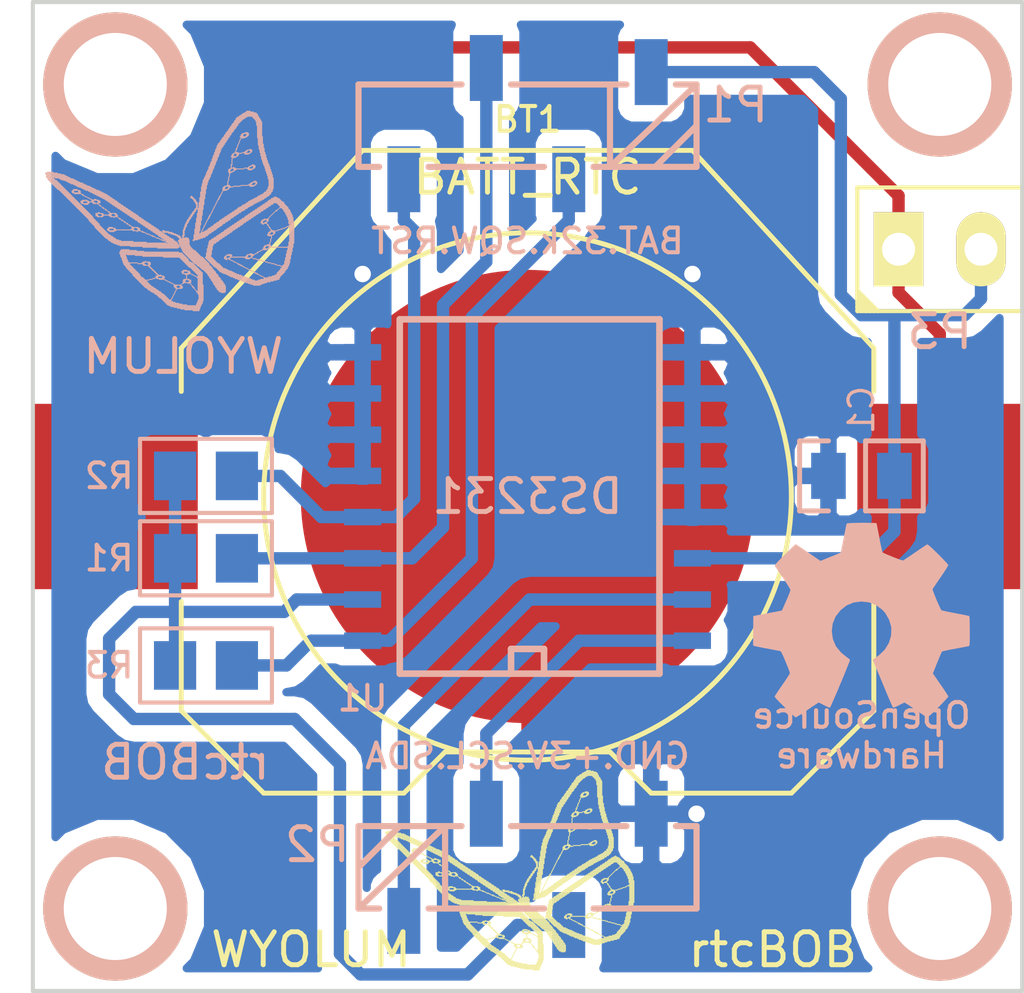
<source format=kicad_pcb>
(kicad_pcb (version 3) (host pcbnew "(2013-mar-13)-testing")
  (layers (15 Front signal) (0 Back signal) (18 B.Paste user) (19 F.Paste user) (20 B.SilkS user) (21 F.SilkS user) (22 B.Mask user) (23 F.Mask user) (28 Edge.Cuts user))
  (net 0 "")
  (net 1 /32k)
  (net 2 /BAT)
  (net 3 /RST)
  (net 4 /SCL)
  (net 5 /SDA)
  (net 6 /SQW)
  (net 7 /VCC)
  (net 8 GND)
  (net 9 N-000005)
  (module DS3231 (layer Back) (at 40.64 40.64 90)
    (fp_text reference U1 (at -6.223 -5.08 180) (layer B.SilkS) (effects (font (size 0.762 0.762) (thickness 0.127)) (justify mirror)))
    (fp_text value DS3231 (at 0 0 180) (layer B.SilkS) (effects (font (size 1.016 1.016) (thickness 0.1524)) (justify mirror)))
    (pad 1 smd rect (at -4.445 -5.08 90) (size 0.508 1.143) (layers Back B.Paste B.Mask) (net 1 /32k))
    (pad 2 smd rect (at -3.175 -5.08 90) (size 0.508 1.143) (layers Back B.Paste B.Mask) (net 7 /VCC))
    (pad 3 smd rect (at -1.905 -5.08 90) (size 0.508 1.143) (layers Back B.Paste B.Mask) (net 6 /SQW))
    (pad 4 smd rect (at -0.635 -5.08 90) (size 0.508 1.143) (layers Back B.Paste B.Mask) (net 3 /RST))
    (pad 5 smd rect (at 0.635 -5.08 90) (size 0.508 1.143) (layers Back B.Paste B.Mask) (net 8 GND))
    (pad 6 smd rect (at 1.905 -5.08 90) (size 0.508 1.143) (layers Back B.Paste B.Mask) (net 8 GND))
    (pad 7 smd rect (at 3.175 -5.08 90) (size 0.508 1.143) (layers Back B.Paste B.Mask) (net 8 GND))
    (pad 8 smd rect (at 4.445 -5.08 90) (size 0.508 1.143) (layers Back B.Paste B.Mask) (net 8 GND))
    (pad 9 smd rect (at 4.445 5.08 90) (size 0.508 1.143) (layers Back B.Paste B.Mask) (net 8 GND))
    (pad 10 smd rect (at 3.175 5.08 90) (size 0.508 1.143) (layers Back B.Paste B.Mask) (net 8 GND))
    (pad 11 smd rect (at 1.905 5.08 90) (size 0.508 1.143) (layers Back B.Paste B.Mask) (net 8 GND))
    (pad 12 smd rect (at 0.635 5.08 90) (size 0.508 1.143) (layers Back B.Paste B.Mask) (net 8 GND))
    (pad 13 smd rect (at -0.635 5.08 90) (size 0.508 1.143) (layers Back B.Paste B.Mask) (net 8 GND))
    (pad 14 smd rect (at -1.905 5.08 90) (size 0.508 1.143) (layers Back B.Paste B.Mask) (net 2 /BAT))
    (pad 15 smd rect (at -3.175 5.08 90) (size 0.508 1.143) (layers Back B.Paste B.Mask) (net 5 /SDA))
    (pad 16 smd rect (at -4.445 5.08 90) (size 0.508 1.143) (layers Back B.Paste B.Mask) (net 4 /SCL))
  )
  (module vite_2mm5 (layer Front) (at 53.34 27.94)
    (fp_text reference H4 hide)
    (fp_text value CONN_1 hide)
    (pad 1 thru_hole circle (at 0 0) (size 4.445 4.445) (drill 3.175) (layers *.Cu *.SilkS *.Mask))
  )
  (module vite_2mm5 (layer Front) (at 27.94 27.94)
    (fp_text reference H3 hide)
    (fp_text value CONN_1 hide)
    (pad 1 thru_hole circle (at 0 0) (size 4.445 4.445) (drill 3.175) (layers *.Cu *.SilkS *.Mask))
  )
  (module vite_2mm5 (layer Front) (at 27.94 53.34)
    (fp_text reference H2 hide)
    (fp_text value CONN_1 hide)
    (pad 1 thru_hole circle (at 0 0) (size 4.445 4.445) (drill 3.175) (layers *.Cu *.SilkS *.Mask))
  )
  (module vite_2mm5 (layer Front) (at 53.34 53.34)
    (fp_text reference H1 hide)
    (fp_text value CONN_1 hide)
    (pad 1 thru_hole circle (at 0 0) (size 4.445 4.445) (drill 3.175) (layers *.Cu *.SilkS *.Mask))
  )
  (module Sck-04-F-SMT (layer Back) (at 40.64 29.21)
    (fp_text reference P1 (at 6.4135 -0.635) (layer B.SilkS) (effects (font (size 1.016 1.016) (thickness 0.1524)) (justify mirror)))
    (fp_text value CDOT1 hide)
    (pad 1 smd rect (at 3.81 -1.651) (size 1.016 2.032) (layers Back B.Paste B.Mask) (net 2 /BAT))
    (pad 2 smd rect (at 1.27 1.651) (size 1.016 2.032) (layers Back B.Paste B.Mask) (net 1 /32k))
    (pad 3 smd rect (at -1.27 -1.778) (size 1.016 2.032) (layers Back B.Paste B.Mask) (net 6 /SQW))
    (pad 4 smd rect (at -3.81 1.651) (size 1.016 2.032) (layers Back B.Paste B.Mask) (net 3 /RST))
  )
  (module Sck-04-F-SMT (layer Back) (at 40.64 52.07 180)
    (fp_text reference P2 (at 6.477 0.6985 180) (layer B.SilkS) (effects (font (size 1.016 1.016) (thickness 0.1524)) (justify mirror)))
    (fp_text value CDOT2 hide)
    (pad 1 smd rect (at 3.81 -1.651 180) (size 1.016 2.032) (layers Back B.Paste B.Mask) (net 5 /SDA))
    (pad 2 smd rect (at 1.27 1.651 180) (size 1.016 2.032) (layers Back B.Paste B.Mask) (net 4 /SCL))
    (pad 3 smd rect (at -1.27 -1.778 180) (size 1.016 2.032) (layers Back B.Paste B.Mask) (net 7 /VCC))
    (pad 4 smd rect (at -3.81 1.651 180) (size 1.016 2.032) (layers Back B.Paste B.Mask) (net 8 GND))
  )
  (module pin_strip_2 (layer Front) (at 53.34 33.02)
    (fp_text reference P3 hide)
    (fp_text value CONN_2 hide)
    (pad 1 thru_hole rect (at -1.27 0) (size 1.524 2.286) (drill 1.016) (layers *.Cu *.Mask F.SilkS) (net 9 N-000005))
    (pad 2 thru_hole oval (at 1.27 0) (size 1.524 2.286) (drill 1.016) (layers *.Cu *.Mask F.SilkS) (net 2 /BAT))
  )
  (module r_0805 (layer Back) (at 30.734 42.545 180)
    (fp_text reference R1 (at 2.9845 0 180) (layer B.SilkS) (effects (font (size 0.762 0.762) (thickness 0.127)) (justify mirror)))
    (fp_text value 10k hide)
    (pad 1 smd rect (at 0.9525 0 180) (size 1.30048 1.4986) (layers Back B.Paste B.Mask) (net 7 /VCC))
    (pad 2 smd rect (at -0.9525 0 180) (size 1.30048 1.4986) (layers Back B.Paste B.Mask) (net 6 /SQW))
  )
  (module r_0805 (layer Back) (at 30.734 40.005 180)
    (fp_text reference R2 (at 2.9845 0 180) (layer B.SilkS) (effects (font (size 0.762 0.762) (thickness 0.127)) (justify mirror)))
    (fp_text value 10k hide)
    (pad 1 smd rect (at 0.9525 0 180) (size 1.30048 1.4986) (layers Back B.Paste B.Mask) (net 7 /VCC))
    (pad 2 smd rect (at -0.9525 0 180) (size 1.30048 1.4986) (layers Back B.Paste B.Mask) (net 3 /RST))
  )
  (module r_0805 (layer Back) (at 30.734 45.847 180)
    (fp_text reference R3 (at 2.9845 0 180) (layer B.SilkS) (effects (font (size 0.762 0.762) (thickness 0.127)) (justify mirror)))
    (fp_text value 10k hide)
    (pad 1 smd rect (at 0.9525 0 180) (size 1.30048 1.4986) (layers Back B.Paste B.Mask) (net 7 /VCC))
    (pad 2 smd rect (at -0.9525 0 180) (size 1.30048 1.4986) (layers Back B.Paste B.Mask) (net 1 /32k))
  )
  (module c_0805 (layer Back) (at 50.927 40.005)
    (fp_text reference C1 (at 0 -2.032 90) (layer B.SilkS) (effects (font (size 0.762 0.762) (thickness 0.1016)) (justify mirror)))
    (fp_text value 100n hide)
    (pad 1 smd rect (at 1.016 0) (size 1.0668 1.4224) (layers Back B.Paste B.Mask) (net 2 /BAT))
    (pad 2 smd rect (at -1.016 0) (size 1.0668 1.4224) (layers Back B.Paste B.Mask) (net 8 GND))
  )
  (module Logo-WL3 (layer Front) (at 35.1155 48.514)
    (fp_text reference G1 hide)
    (fp_text value Logo-WL3 hide)
  )
  (module Logo-WL3 (layer Back) (at 24.638 28.194)
    (fp_text reference G1 hide)
    (fp_text value Logo-WL3 hide)
  )
  (module OSHW_6mm (layer Back) (at 50.927 44.45)
    (fp_text reference G*** hide)
    (fp_text value LOGO hide)
  )
  (module CR2032_SMD (layer Front) (at 40.64 40.64 180)
    (fp_text reference BT1 (at 0 11.6205 180) (layer F.SilkS) (effects (font (size 0.762 0.762) (thickness 0.127))))
    (fp_text value BATT_RTC (at 0 9.8425 180) (layer F.SilkS) (effects (font (size 1.016 1.016) (thickness 0.1524))))
    (pad + smd rect (at -12.7 0 180) (size 5.08 5.715) (layers Front F.Paste F.Mask) (net 9 N-000005))
    (pad + smd rect (at 12.7 0 180) (size 5.08 5.715) (layers Front F.Paste F.Mask) (net 9 N-000005))
    (pad - smd circle (at 0 0 180) (size 13.97 13.97) (layers Front F.Paste F.Mask) (net 8 GND) (clearance 1.016) (thermal_gap 1.016))
  )
  (gr_text "OpenSource\nHardware" (at 50.927 48.006) (layer B.SilkS) (effects (font (size 0.762 0.762) (thickness 0.127)) (justify mirror)))
  (gr_text GND.+3V.SCL.SDA (at 40.64 48.641) (layer B.SilkS) (effects (font (size 0.762 0.762) (thickness 0.127)) (justify mirror)))
  (gr_text P3 (at 53.34 35.56) (layer B.SilkS) (effects (font (size 1.016 1.016) (thickness 0.1524)) (justify mirror)))
  (gr_text WYOLUM (at 33.9725 54.61) (layer F.SilkS) (effects (font (size 1.016 1.016) (thickness 0.1524))))
  (gr_line (start 25.4 55.88) (end 25.4 25.4) (angle 90) (layer Edge.Cuts) (width 0.127))
  (gr_line (start 55.88 55.88) (end 25.4 55.88) (angle 90) (layer Edge.Cuts) (width 0.127))
  (gr_line (start 55.88 25.4) (end 55.88 55.88) (angle 90) (layer Edge.Cuts) (width 0.127))
  (gr_line (start 25.4 25.4) (end 55.88 25.4) (angle 90) (layer Edge.Cuts) (width 0.127))
  (gr_text rtcBOB (at 48.1965 54.61) (layer F.SilkS) (effects (font (size 1.016 1.016) (thickness 0.1524))))
  (gr_text WYOLUM (at 30.0355 36.322) (layer B.SilkS) (effects (font (size 1.016 1.016) (thickness 0.1524)) (justify mirror)))
  (gr_text rtcBOB (at 30.099 48.8315) (layer B.SilkS) (effects (font (size 1.016 1.016) (thickness 0.1524)) (justify mirror)))
  (gr_text BAT.32k.SQW.RST (at 40.64 32.766) (layer B.SilkS) (effects (font (size 0.762 0.762) (thickness 0.127)) (justify mirror)))
  (segment (start 31.6865 45.847) (end 33.2105 45.847) (width 0.381) (layer Back) (net 1))
  (segment (start 33.9725 45.085) (end 35.56 45.085) (width 0.381) (layer Back) (net 1))
  (segment (start 33.2105 45.847) (end 33.9725 45.085) (width 0.381) (layer Back) (net 1))
  (segment (start 41.91 30.861) (end 41.91 32.131) (width 0.381) (layer Back) (net 1))
  (segment (start 36.3855 45.085) (end 35.56 45.085) (width 0.381) (layer Back) (net 1))
  (segment (start 38.9255 42.545) (end 36.3855 45.085) (width 0.381) (layer Back) (net 1))
  (segment (start 38.9255 35.1155) (end 38.9255 42.545) (width 0.381) (layer Back) (net 1))
  (segment (start 41.91 32.131) (end 38.9255 35.1155) (width 0.381) (layer Back) (net 1))
  (segment (start 51.943 40.005) (end 51.943 35.052) (width 0.381) (layer Back) (net 2))
  (segment (start 50.927 35.052) (end 51.943 35.052) (width 0.381) (layer Back) (net 2))
  (segment (start 50.292 34.417) (end 50.927 35.052) (width 0.381) (layer Back) (net 2))
  (segment (start 50.292 28.3845) (end 50.292 34.417) (width 0.381) (layer Back) (net 2))
  (segment (start 49.4665 27.559) (end 50.292 28.3845) (width 0.381) (layer Back) (net 2))
  (segment (start 44.45 27.559) (end 49.4665 27.559) (width 0.381) (layer Back) (net 2))
  (segment (start 51.943 35.052) (end 54.102 35.052) (width 0.381) (layer Back) (net 2))
  (segment (start 54.102 35.052) (end 54.61 34.544) (width 0.381) (layer Back) (net 2))
  (segment (start 54.61 34.544) (end 54.61 33.02) (width 0.381) (layer Back) (net 2))
  (segment (start 45.72 42.545) (end 51.1175 42.545) (width 0.381) (layer Back) (net 2))
  (segment (start 51.943 41.7195) (end 51.943 40.005) (width 0.381) (layer Back) (net 2))
  (segment (start 51.1175 42.545) (end 51.943 41.7195) (width 0.381) (layer Back) (net 2))
  (segment (start 35.56 41.275) (end 36.576 41.275) (width 0.381) (layer Back) (net 3))
  (segment (start 36.83 32.131) (end 36.83 30.861) (width 0.381) (layer Back) (net 3))
  (segment (start 37.1475 32.4485) (end 36.83 32.131) (width 0.381) (layer Back) (net 3))
  (segment (start 37.1475 40.7035) (end 37.1475 32.4485) (width 0.381) (layer Back) (net 3))
  (segment (start 36.576 41.275) (end 37.1475 40.7035) (width 0.381) (layer Back) (net 3))
  (segment (start 35.56 41.275) (end 34.29 41.275) (width 0.381) (layer Back) (net 3))
  (segment (start 33.02 40.005) (end 31.6865 40.005) (width 0.381) (layer Back) (net 3))
  (segment (start 34.29 41.275) (end 33.02 40.005) (width 0.381) (layer Back) (net 3))
  (segment (start 39.37 50.419) (end 39.37 47.9425) (width 0.381) (layer Back) (net 4))
  (segment (start 42.2275 45.085) (end 45.72 45.085) (width 0.381) (layer Back) (net 4))
  (segment (start 39.37 47.9425) (end 42.2275 45.085) (width 0.381) (layer Back) (net 4))
  (segment (start 36.83 53.721) (end 36.83 47.6885) (width 0.381) (layer Back) (net 5))
  (segment (start 40.7035 43.815) (end 45.72 43.815) (width 0.381) (layer Back) (net 5))
  (segment (start 36.83 47.6885) (end 40.7035 43.815) (width 0.381) (layer Back) (net 5))
  (segment (start 35.56 42.545) (end 37.084 42.545) (width 0.381) (layer Back) (net 6))
  (segment (start 39.37 33.401) (end 39.37 27.432) (width 0.381) (layer Back) (net 6))
  (segment (start 38.0365 34.7345) (end 39.37 33.401) (width 0.381) (layer Back) (net 6))
  (segment (start 38.0365 41.5925) (end 38.0365 34.7345) (width 0.381) (layer Back) (net 6))
  (segment (start 37.084 42.545) (end 38.0365 41.5925) (width 0.381) (layer Back) (net 6))
  (segment (start 35.56 42.545) (end 31.6865 42.545) (width 0.381) (layer Back) (net 6))
  (segment (start 34.8615 54.737) (end 34.8615 48.895) (width 0.381) (layer Back) (net 7))
  (segment (start 28.5115 47.498) (end 27.7495 46.736) (width 0.381) (layer Back) (net 7))
  (segment (start 33.4645 47.498) (end 28.5115 47.498) (width 0.381) (layer Back) (net 7))
  (segment (start 34.8615 48.895) (end 33.4645 47.498) (width 0.381) (layer Back) (net 7))
  (segment (start 29.7815 44.196) (end 28.575 44.196) (width 0.381) (layer Back) (net 7))
  (segment (start 28.575 44.196) (end 27.7495 45.0215) (width 0.381) (layer Back) (net 7))
  (segment (start 35.56 43.815) (end 33.528 43.815) (width 0.381) (layer Back) (net 7))
  (segment (start 33.147 44.196) (end 29.7815 44.196) (width 0.381) (layer Back) (net 7))
  (segment (start 33.528 43.815) (end 33.147 44.196) (width 0.381) (layer Back) (net 7))
  (segment (start 29.7815 42.545) (end 29.7815 44.196) (width 0.381) (layer Back) (net 7))
  (segment (start 29.7815 44.196) (end 29.7815 45.847) (width 0.381) (layer Back) (net 7))
  (segment (start 41.91 53.848) (end 40.3225 53.848) (width 0.381) (layer Back) (net 7))
  (segment (start 40.3225 53.848) (end 38.7985 55.372) (width 0.381) (layer Back) (net 7))
  (segment (start 38.7985 55.372) (end 35.4965 55.372) (width 0.381) (layer Back) (net 7))
  (segment (start 35.4965 55.372) (end 34.8615 54.737) (width 0.381) (layer Back) (net 7))
  (segment (start 27.7495 46.736) (end 27.7495 45.0215) (width 0.381) (layer Back) (net 7))
  (segment (start 29.7815 40.005) (end 29.7815 42.545) (width 0.381) (layer Back) (net 7))
  (segment (start 41.4655 50.419) (end 41.275 50.419) (width 0.381) (layer Front) (net 8))
  (segment (start 41.275 50.419) (end 40.64 49.784) (width 0.381) (layer Front) (net 8))
  (segment (start 45.847 50.419) (end 41.4655 50.419) (width 0.381) (layer Front) (net 8))
  (segment (start 40.64 49.784) (end 40.64 40.64) (width 0.381) (layer Front) (net 8))
  (segment (start 35.56 33.782) (end 35.56 35.56) (width 0.381) (layer Front) (net 8))
  (via (at 35.56 33.782) (size 1.27) (layers Front Back) (net 8))
  (segment (start 35.56 36.195) (end 35.56 33.782) (width 0.381) (layer Back) (net 8))
  (segment (start 35.56 35.56) (end 40.64 40.64) (width 0.381) (layer Front) (net 8))
  (segment (start 45.72 33.782) (end 45.72 35.56) (width 0.381) (layer Front) (net 8))
  (segment (start 45.72 35.56) (end 40.64 40.64) (width 0.381) (layer Front) (net 8))
  (segment (start 45.72 36.195) (end 45.72 33.782) (width 0.381) (layer Back) (net 8))
  (via (at 45.72 33.782) (size 1.27) (layers Front Back) (net 8))
  (segment (start 44.45 50.419) (end 45.847 50.419) (width 0.381) (layer Back) (net 8))
  (via (at 45.847 50.419) (size 1.27) (layers Front Back) (net 8))
  (segment (start 45.72 40.005) (end 49.911 40.005) (width 0.381) (layer Back) (net 8))
  (segment (start 40.64 38.862) (end 40.64 40.64) (width 0.381) (layer Front) (net 8))
  (segment (start 45.72 40.005) (end 45.72 41.275) (width 0.381) (layer Back) (net 8))
  (segment (start 45.72 38.735) (end 45.72 40.005) (width 0.381) (layer Back) (net 8))
  (segment (start 45.72 37.465) (end 45.72 38.735) (width 0.381) (layer Back) (net 8))
  (segment (start 45.72 36.195) (end 45.72 37.465) (width 0.381) (layer Back) (net 8))
  (segment (start 35.56 37.465) (end 35.56 36.195) (width 0.381) (layer Back) (net 8))
  (segment (start 35.56 38.735) (end 35.56 37.465) (width 0.381) (layer Back) (net 8))
  (segment (start 35.56 40.005) (end 35.56 38.735) (width 0.381) (layer Back) (net 8))
  (segment (start 27.94 40.64) (end 27.94 32.639) (width 0.381) (layer Front) (net 9))
  (segment (start 52.07 31.369) (end 52.07 33.02) (width 0.381) (layer Front) (net 9))
  (segment (start 47.498 26.797) (end 52.07 31.369) (width 0.381) (layer Front) (net 9))
  (segment (start 33.782 26.797) (end 47.498 26.797) (width 0.381) (layer Front) (net 9))
  (segment (start 27.94 32.639) (end 33.782 26.797) (width 0.381) (layer Front) (net 9))
  (segment (start 53.34 40.64) (end 53.34 35.6235) (width 0.381) (layer Front) (net 9))
  (segment (start 52.07 34.3535) (end 52.07 33.02) (width 0.381) (layer Front) (net 9))
  (segment (start 53.34 35.6235) (end 52.07 34.3535) (width 0.381) (layer Front) (net 9))
  (zone (net 8) (net_name GND) (layer Back) (connect_pads (clearance 0.508)) (min_thickness 0.254) (fill (arc_segments 16) (thermal_gap 0.508) (thermal_bridge_width 0.508))
    (polygon (pts (xy 55.88 55.88) (xy 25.4 55.88) (xy 25.4 25.4) (xy 55.88 25.4)))
  )
)
</source>
